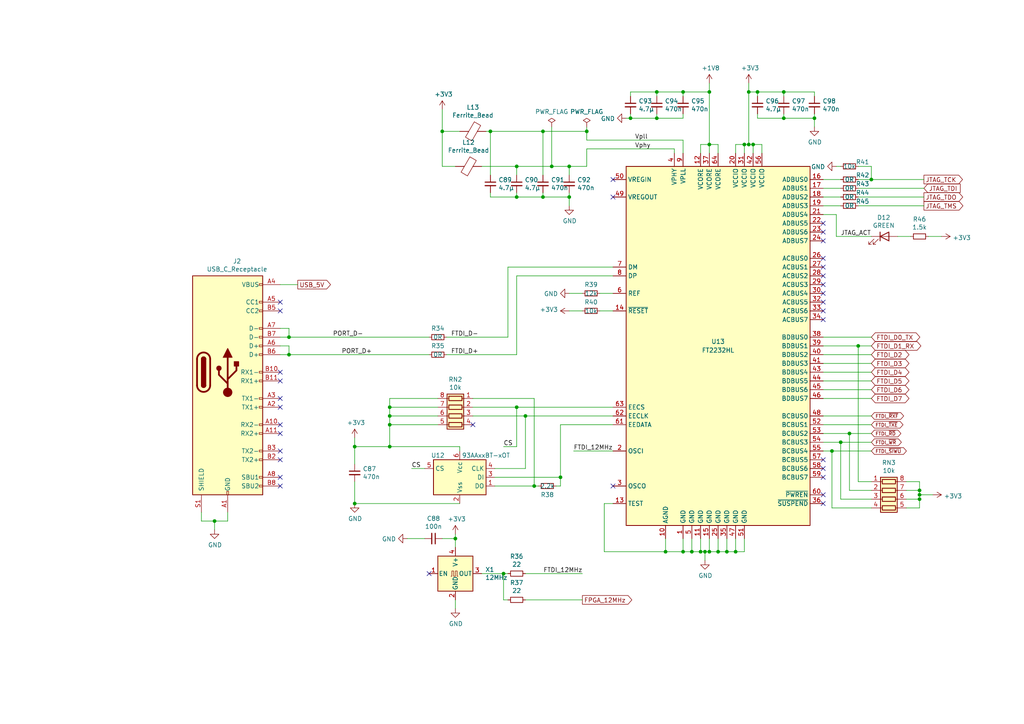
<source format=kicad_sch>
(kicad_sch (version 20210621) (generator eeschema)
  (paper "A4")
  (lib_symbols
    (symbol "Connector:USB_C_Receptacle" (pin_names (offset 1.016))
      (property "Reference" "J" (at -10.16 29.21 0))
      (property "Value" "USB_C_Receptacle" (at 10.16 29.21 0))
      (symbol "USB_C_Receptacle_0_0"
        (rectangle (start -0.254 -35.56) (end 0.254 -34.544))
        (rectangle (start 10.16 -32.766) (end 9.144 -33.274))
        (rectangle (start 10.16 -30.226) (end 9.144 -30.734))
        (rectangle (start 10.16 -25.146) (end 9.144 -25.654))
        (rectangle (start 10.16 -22.606) (end 9.144 -23.114))
        (rectangle (start 10.16 -17.526) (end 9.144 -18.034))
        (rectangle (start 10.16 -14.986) (end 9.144 -15.494))
        (rectangle (start 10.16 -9.906) (end 9.144 -10.414))
        (rectangle (start 10.16 -7.366) (end 9.144 -7.874))
        (rectangle (start 10.16 -2.286) (end 9.144 -2.794))
        (rectangle (start 10.16 0.254) (end 9.144 -0.254))
        (rectangle (start 10.16 5.334) (end 9.144 4.826))
        (rectangle (start 10.16 7.874) (end 9.144 7.366))
        (rectangle (start 10.16 10.414) (end 9.144 9.906))
        (rectangle (start 10.16 12.954) (end 9.144 12.446))
        (rectangle (start 10.16 18.034) (end 9.144 17.526))
        (rectangle (start 10.16 20.574) (end 9.144 20.066))
        (rectangle (start 10.16 25.654) (end 9.144 25.146))
      )
      (symbol "USB_C_Receptacle_0_1"
        (arc (start -8.89 -3.81) (end -5.08 -3.81) (radius (at -6.985 -3.81) (length 1.905) (angles -179.9 -0.1)) (stroke (width 0.508)))
        (arc (start -7.62 -3.81) (end -6.35 -3.81) (radius (at -6.985 -3.81) (length 0.635) (angles -179.9 -0.1)) (stroke (width 0.254)))
        (arc (start -6.35 3.81) (end -7.62 3.81) (radius (at -6.985 3.81) (length 0.635) (angles 0.1 179.9)) (stroke (width 0.254)))
        (arc (start -5.08 3.81) (end -8.89 3.81) (radius (at -6.985 3.81) (length 1.905) (angles 0.1 179.9)) (stroke (width 0.508)))
        (arc (start -7.62 -3.81) (end -6.35 -3.81) (radius (at -6.985 -3.81) (length 0.635) (angles -179.9 -0.1)) (stroke (width 0.254)) (fill (type outline)))
        (arc (start -6.35 3.81) (end -7.62 3.81) (radius (at -6.985 3.81) (length 0.635) (angles 0.1 179.9)) (stroke (width 0.254)) (fill (type outline)))
        (rectangle (start -7.62 -3.81) (end -6.35 3.81) (stroke (width 0.254)) (fill (type outline)))
        (rectangle (start -10.16 27.94) (end 10.16 -35.56) (stroke (width 0.254)) (fill (type background)))
        (polyline (pts (xy -8.89 -3.81) (xy -8.89 3.81)) (stroke (width 0.508)))
        (polyline (pts (xy -5.08 3.81) (xy -5.08 -3.81)) (stroke (width 0.508)))
      )
      (symbol "USB_C_Receptacle_1_1"
        (circle (center -2.54 1.143) (radius 0.635) (stroke (width 0.254)) (fill (type outline)))
        (circle (center 0 -5.842) (radius 1.27) (fill (type outline)))
        (rectangle (start 1.905 1.778) (end 3.175 3.048) (stroke (width 0.254)) (fill (type outline)))
        (polyline (pts (xy 0 -5.842) (xy 0 4.318)) (stroke (width 0.508)))
        (polyline (pts (xy 0 -3.302) (xy -2.54 -0.762) (xy -2.54 0.508)) (stroke (width 0.508)))
        (polyline (pts (xy 0 -2.032) (xy 2.54 0.508) (xy 2.54 1.778)) (stroke (width 0.508)))
        (polyline (pts (xy -1.27 4.318) (xy 0 6.858) (xy 1.27 4.318) (xy -1.27 4.318)) (stroke (width 0.254)) (fill (type outline)))
        (pin passive line (at 0 -40.64 90) (length 5.08) (name "GND") (number "A1"))
        (pin bidirectional line (at 15.24 -15.24 180) (length 5.08) (name "RX2-") (number "A10"))
        (pin bidirectional line (at 15.24 -17.78 180) (length 5.08) (name "RX2+") (number "A11"))
        (pin passive line (at 0 -40.64 90) (length 5.08) hide (name "GND") (number "A12"))
        (pin bidirectional line (at 15.24 -10.16 180) (length 5.08) (name "TX1+") (number "A2"))
        (pin bidirectional line (at 15.24 -7.62 180) (length 5.08) (name "TX1-") (number "A3"))
        (pin passive line (at 15.24 25.4 180) (length 5.08) (name "VBUS") (number "A4"))
        (pin bidirectional line (at 15.24 20.32 180) (length 5.08) (name "CC1") (number "A5"))
        (pin bidirectional line (at 15.24 7.62 180) (length 5.08) (name "D+") (number "A6"))
        (pin bidirectional line (at 15.24 12.7 180) (length 5.08) (name "D-") (number "A7"))
        (pin bidirectional line (at 15.24 -30.48 180) (length 5.08) (name "SBU1") (number "A8"))
        (pin passive line (at 15.24 25.4 180) (length 5.08) hide (name "VBUS") (number "A9"))
        (pin passive line (at 0 -40.64 90) (length 5.08) hide (name "GND") (number "B1"))
        (pin bidirectional line (at 15.24 0 180) (length 5.08) (name "RX1-") (number "B10"))
        (pin bidirectional line (at 15.24 -2.54 180) (length 5.08) (name "RX1+") (number "B11"))
        (pin passive line (at 0 -40.64 90) (length 5.08) hide (name "GND") (number "B12"))
        (pin bidirectional line (at 15.24 -25.4 180) (length 5.08) (name "TX2+") (number "B2"))
        (pin bidirectional line (at 15.24 -22.86 180) (length 5.08) (name "TX2-") (number "B3"))
        (pin passive line (at 15.24 25.4 180) (length 5.08) hide (name "VBUS") (number "B4"))
        (pin bidirectional line (at 15.24 17.78 180) (length 5.08) (name "CC2") (number "B5"))
        (pin bidirectional line (at 15.24 5.08 180) (length 5.08) (name "D+") (number "B6"))
        (pin bidirectional line (at 15.24 10.16 180) (length 5.08) (name "D-") (number "B7"))
        (pin bidirectional line (at 15.24 -33.02 180) (length 5.08) (name "SBU2") (number "B8"))
        (pin passive line (at 15.24 25.4 180) (length 5.08) hide (name "VBUS") (number "B9"))
        (pin passive line (at -7.62 -40.64 90) (length 5.08) (name "SHIELD") (number "S1"))
      )
    )
    (symbol "Device:C_Small" (pin_numbers hide) (pin_names (offset 0.254) hide)
      (property "Reference" "C" (at 0.254 1.778 0))
      (property "Value" "C_Small" (at 0.254 -2.032 0))
      (symbol "C_Small_0_1"
        (polyline (pts (xy -1.524 -0.508) (xy 1.524 -0.508)) (stroke (width 0.3302)))
        (polyline (pts (xy -1.524 0.508) (xy 1.524 0.508)) (stroke (width 0.3048)))
      )
      (symbol "C_Small_1_1"
        (pin passive line (at 0 2.54 270) (length 2.032) (name "~") (number "1"))
        (pin passive line (at 0 -2.54 90) (length 2.032) (name "~") (number "2"))
      )
    )
    (symbol "Device:Ferrite_Bead" (pin_numbers hide) (pin_names (offset 0))
      (property "Reference" "FB" (at -3.81 0.635 90))
      (property "Value" "Device_Ferrite_Bead" (at 3.81 0 90))
      (symbol "Ferrite_Bead_0_1"
        (polyline (pts (xy 0 -1.27) (xy 0 -1.2192)))
        (polyline (pts (xy 0 1.27) (xy 0 1.2954)))
        (polyline (pts (xy -2.7686 0.4064) (xy -1.7018 2.2606) (xy 2.7686 -0.3048) (xy 1.6764 -2.159) (xy -2.7686 0.4064)))
      )
      (symbol "Ferrite_Bead_1_1"
        (pin passive line (at 0 3.81 270) (length 2.54) (name "~") (number "1"))
        (pin passive line (at 0 -3.81 90) (length 2.54) (name "~") (number "2"))
      )
    )
    (symbol "Device:LED" (pin_numbers hide) (pin_names (offset 1.016) hide)
      (property "Reference" "D" (at 0 2.54 0))
      (property "Value" "LED" (at 0 -2.54 0))
      (symbol "LED_0_1"
        (polyline (pts (xy -1.27 -1.27) (xy -1.27 1.27)) (stroke (width 0.254)))
        (polyline (pts (xy -1.27 0) (xy 1.27 0)))
        (polyline (pts (xy 1.27 -1.27) (xy 1.27 1.27) (xy -1.27 0) (xy 1.27 -1.27)) (stroke (width 0.254)))
        (polyline (pts (xy -3.048 -0.762) (xy -4.572 -2.286) (xy -3.81 -2.286) (xy -4.572 -2.286) (xy -4.572 -1.524)))
        (polyline (pts (xy -1.778 -0.762) (xy -3.302 -2.286) (xy -2.54 -2.286) (xy -3.302 -2.286) (xy -3.302 -1.524)))
      )
      (symbol "LED_1_1"
        (pin passive line (at -3.81 0 0) (length 2.54) (name "K") (number "1"))
        (pin passive line (at 3.81 0 180) (length 2.54) (name "A") (number "2"))
      )
    )
    (symbol "Device:R_Pack04" (pin_names (offset 0) hide)
      (property "Reference" "RN" (at -7.62 0 90))
      (property "Value" "R_Pack04" (at 5.08 0 90))
      (symbol "R_Pack04_0_1"
        (rectangle (start -5.715 1.905) (end -4.445 -1.905) (stroke (width 0.254)))
        (rectangle (start -3.175 1.905) (end -1.905 -1.905) (stroke (width 0.254)))
        (rectangle (start -0.635 1.905) (end 0.635 -1.905) (stroke (width 0.254)))
        (rectangle (start 1.905 1.905) (end 3.175 -1.905) (stroke (width 0.254)))
        (rectangle (start -6.35 -2.413) (end 3.81 2.413) (stroke (width 0.254)) (fill (type background)))
        (polyline (pts (xy -5.08 -2.54) (xy -5.08 -1.905)))
        (polyline (pts (xy -5.08 1.905) (xy -5.08 2.54)))
        (polyline (pts (xy -2.54 -2.54) (xy -2.54 -1.905)))
        (polyline (pts (xy -2.54 1.905) (xy -2.54 2.54)))
        (polyline (pts (xy 0 -2.54) (xy 0 -1.905)))
        (polyline (pts (xy 0 1.905) (xy 0 2.54)))
        (polyline (pts (xy 2.54 -2.54) (xy 2.54 -1.905)))
        (polyline (pts (xy 2.54 1.905) (xy 2.54 2.54)))
      )
      (symbol "R_Pack04_1_1"
        (pin passive line (at -5.08 -5.08 90) (length 2.54) (name "R1.1") (number "1"))
        (pin passive line (at -2.54 -5.08 90) (length 2.54) (name "R2.1") (number "2"))
        (pin passive line (at 0 -5.08 90) (length 2.54) (name "R3.1") (number "3"))
        (pin passive line (at 2.54 -5.08 90) (length 2.54) (name "R4.1") (number "4"))
        (pin passive line (at 2.54 5.08 270) (length 2.54) (name "R4.2") (number "5"))
        (pin passive line (at 0 5.08 270) (length 2.54) (name "R3.2") (number "6"))
        (pin passive line (at -2.54 5.08 270) (length 2.54) (name "R2.2") (number "7"))
        (pin passive line (at -5.08 5.08 270) (length 2.54) (name "R1.2") (number "8"))
      )
    )
    (symbol "Device:R_Small" (pin_numbers hide) (pin_names (offset 0.254) hide)
      (property "Reference" "R" (at 0.762 0.508 0))
      (property "Value" "R_Small" (at 0.762 -1.016 0))
      (symbol "R_Small_0_1"
        (rectangle (start -0.762 1.778) (end 0.762 -1.778) (stroke (width 0.2032)))
      )
      (symbol "R_Small_1_1"
        (pin passive line (at 0 2.54 270) (length 0.762) (name "~") (number "1"))
        (pin passive line (at 0 -2.54 90) (length 0.762) (name "~") (number "2"))
      )
    )
    (symbol "Interface_USB:FT2232HL"
      (property "Reference" "U" (at -26.67 53.34 0))
      (property "Value" "FT2232HL" (at 19.05 53.34 0))
      (symbol "FT2232HL_0_1"
        (rectangle (start -26.67 -52.07) (end 26.67 52.07) (stroke (width 0.254)) (fill (type background)))
      )
      (symbol "FT2232HL_1_1"
        (pin power_in line (at -10.16 -55.88 90) (length 3.81) (name "GND") (number "1"))
        (pin power_in line (at -15.24 -55.88 90) (length 3.81) (name "AGND") (number "10"))
        (pin power_in line (at -5.08 -55.88 90) (length 3.81) (name "GND") (number "11"))
        (pin power_in line (at -5.08 55.88 270) (length 3.81) (name "VCORE") (number "12"))
        (pin input line (at -30.48 -45.72 0) (length 3.81) (name "TEST") (number "13"))
        (pin input line (at -30.48 10.16 0) (length 3.81) (name "~{RESET}") (number "14"))
        (pin power_in line (at -2.54 -55.88 90) (length 3.81) (name "GND") (number "15"))
        (pin bidirectional line (at 30.48 48.26 180) (length 3.81) (name "ADBUS0") (number "16"))
        (pin bidirectional line (at 30.48 45.72 180) (length 3.81) (name "ADBUS1") (number "17"))
        (pin bidirectional line (at 30.48 43.18 180) (length 3.81) (name "ADBUS2") (number "18"))
        (pin bidirectional line (at 30.48 40.64 180) (length 3.81) (name "ADBUS3") (number "19"))
        (pin input line (at -30.48 -30.48 0) (length 3.81) (name "OSCI") (number "2"))
        (pin power_in line (at 5.08 55.88 270) (length 3.81) (name "VCCIO") (number "20"))
        (pin bidirectional line (at 30.48 38.1 180) (length 3.81) (name "ADBUS4") (number "21"))
        (pin bidirectional line (at 30.48 35.56 180) (length 3.81) (name "ADBUS5") (number "22"))
        (pin bidirectional line (at 30.48 33.02 180) (length 3.81) (name "ADBUS6") (number "23"))
        (pin bidirectional line (at 30.48 30.48 180) (length 3.81) (name "ADBUS7") (number "24"))
        (pin power_in line (at 0 -55.88 90) (length 3.81) (name "GND") (number "25"))
        (pin bidirectional line (at 30.48 25.4 180) (length 3.81) (name "ACBUS0") (number "26"))
        (pin bidirectional line (at 30.48 22.86 180) (length 3.81) (name "ACBUS1") (number "27"))
        (pin bidirectional line (at 30.48 20.32 180) (length 3.81) (name "ACBUS2") (number "28"))
        (pin bidirectional line (at 30.48 17.78 180) (length 3.81) (name "ACBUS3") (number "29"))
        (pin output line (at -30.48 -40.64 0) (length 3.81) (name "OSCO") (number "3"))
        (pin bidirectional line (at 30.48 15.24 180) (length 3.81) (name "ACBUS4") (number "30"))
        (pin power_in line (at 7.62 55.88 270) (length 3.81) (name "VCCIO") (number "31"))
        (pin bidirectional line (at 30.48 12.7 180) (length 3.81) (name "ACBUS5") (number "32"))
        (pin bidirectional line (at 30.48 10.16 180) (length 3.81) (name "ACBUS6") (number "33"))
        (pin bidirectional line (at 30.48 7.62 180) (length 3.81) (name "ACBUS7") (number "34"))
        (pin power_in line (at 2.54 -55.88 90) (length 3.81) (name "GND") (number "35"))
        (pin output line (at 30.48 -45.72 180) (length 3.81) (name "~{SUSPEND}") (number "36"))
        (pin power_in line (at -2.54 55.88 270) (length 3.81) (name "VCORE") (number "37"))
        (pin bidirectional line (at 30.48 2.54 180) (length 3.81) (name "BDBUS0") (number "38"))
        (pin bidirectional line (at 30.48 0 180) (length 3.81) (name "BDBUS1") (number "39"))
        (pin power_in line (at -12.7 55.88 270) (length 3.81) (name "VPHY") (number "4"))
        (pin bidirectional line (at 30.48 -2.54 180) (length 3.81) (name "BDBUS2") (number "40"))
        (pin bidirectional line (at 30.48 -5.08 180) (length 3.81) (name "BDBUS3") (number "41"))
        (pin power_in line (at 10.16 55.88 270) (length 3.81) (name "VCCIO") (number "42"))
        (pin bidirectional line (at 30.48 -7.62 180) (length 3.81) (name "BDBUS4") (number "43"))
        (pin bidirectional line (at 30.48 -10.16 180) (length 3.81) (name "BDBUS5") (number "44"))
        (pin bidirectional line (at 30.48 -12.7 180) (length 3.81) (name "BDBUS6") (number "45"))
        (pin bidirectional line (at 30.48 -15.24 180) (length 3.81) (name "BDBUS7") (number "46"))
        (pin power_in line (at 5.08 -55.88 90) (length 3.81) (name "GND") (number "47"))
        (pin bidirectional line (at 30.48 -20.32 180) (length 3.81) (name "BCBUS0") (number "48"))
        (pin power_out line (at -30.48 43.18 0) (length 3.81) (name "VREGOUT") (number "49"))
        (pin power_in line (at -7.62 -55.88 90) (length 3.81) (name "GND") (number "5"))
        (pin power_in line (at -30.48 48.26 0) (length 3.81) (name "VREGIN") (number "50"))
        (pin power_in line (at 7.62 -55.88 90) (length 3.81) (name "GND") (number "51"))
        (pin bidirectional line (at 30.48 -22.86 180) (length 3.81) (name "BCBUS1") (number "52"))
        (pin bidirectional line (at 30.48 -25.4 180) (length 3.81) (name "BCBUS2") (number "53"))
        (pin bidirectional line (at 30.48 -27.94 180) (length 3.81) (name "BCBUS3") (number "54"))
        (pin bidirectional line (at 30.48 -30.48 180) (length 3.81) (name "BCBUS4") (number "55"))
        (pin power_in line (at 12.7 55.88 270) (length 3.81) (name "VCCIO") (number "56"))
        (pin bidirectional line (at 30.48 -33.02 180) (length 3.81) (name "BCBUS5") (number "57"))
        (pin bidirectional line (at 30.48 -35.56 180) (length 3.81) (name "BCBUS6") (number "58"))
        (pin bidirectional line (at 30.48 -38.1 180) (length 3.81) (name "BCBUS7") (number "59"))
        (pin output line (at -30.48 15.24 0) (length 3.81) (name "REF") (number "6"))
        (pin output line (at 30.48 -43.18 180) (length 3.81) (name "~{PWREN}") (number "60"))
        (pin bidirectional line (at -30.48 -22.86 0) (length 3.81) (name "EEDATA") (number "61"))
        (pin output line (at -30.48 -20.32 0) (length 3.81) (name "EECLK") (number "62"))
        (pin output line (at -30.48 -17.78 0) (length 3.81) (name "EECS") (number "63"))
        (pin power_in line (at 0 55.88 270) (length 3.81) (name "VCORE") (number "64"))
        (pin bidirectional line (at -30.48 22.86 0) (length 3.81) (name "DM") (number "7"))
        (pin bidirectional line (at -30.48 20.32 0) (length 3.81) (name "DP") (number "8"))
        (pin input line (at -10.16 55.88 270) (length 3.81) (name "VPLL") (number "9"))
      )
    )
    (symbol "Memory_EEPROM:93AAxxBT-xOT"
      (property "Reference" "U" (at -7.62 6.35 0))
      (property "Value" "93AAxxBT-xOT" (at 1.27 6.35 0))
      (symbol "93AAxxBT-xOT_1_1"
        (rectangle (start -7.62 5.08) (end 7.62 -5.08) (stroke (width 0.254)) (fill (type background)))
        (pin tri_state line (at 10.16 -2.54 180) (length 2.54) (name "DO") (number "1"))
        (pin power_in line (at 0 -7.62 90) (length 2.54) (name "Vss") (number "2"))
        (pin input line (at 10.16 0 180) (length 2.54) (name "DI") (number "3"))
        (pin input line (at 10.16 2.54 180) (length 2.54) (name "CLK") (number "4"))
        (pin input line (at -10.16 2.54 0) (length 2.54) (name "CS") (number "5"))
        (pin power_in line (at 0 7.62 270) (length 2.54) (name "Vсс") (number "6"))
      )
    )
    (symbol "Oscillator:XO32" (pin_names (offset 0.254))
      (property "Reference" "X" (at -5.08 6.35 0))
      (property "Value" "XO32" (at 1.27 -6.35 0))
      (symbol "XO32_0_1"
        (rectangle (start -5.08 5.08) (end 5.08 -5.08) (stroke (width 0.254)) (fill (type background)))
        (polyline (pts (xy -1.27 -0.762) (xy -1.016 -0.762) (xy -1.016 0.762) (xy -0.508 0.762) (xy -0.508 -0.762) (xy 0 -0.762) (xy 0 0.762) (xy 0.508 0.762) (xy 0.508 -0.762) (xy 0.762 -0.762)))
      )
      (symbol "XO32_1_1"
        (pin input line (at -7.62 0 0) (length 2.54) (name "EN") (number "1"))
        (pin power_in line (at 0 -7.62 90) (length 2.54) (name "GND") (number "2"))
        (pin output line (at 7.62 0 180) (length 2.54) (name "OUT") (number "3"))
        (pin power_in line (at 0 7.62 270) (length 2.54) (name "V+") (number "4"))
      )
    )
    (symbol "power:+1V8" (power) (pin_names (offset 0))
      (property "Value" "+1V8" (at 0 3.556 0))
      (symbol "+1V8_0_1"
        (polyline (pts (xy -0.762 1.27) (xy 0 2.54)))
        (polyline (pts (xy 0 0) (xy 0 2.54)))
        (polyline (pts (xy 0 2.54) (xy 0.762 1.27)))
      )
      (symbol "+1V8_1_1"
        (pin power_in line (at 0 0 90) (length 0) hide (name "+1V8") (number "1"))
      )
    )
    (symbol "power:+3V3" (power) (pin_names (offset 0))
      (property "Value" "+3V3" (at 0 3.556 0))
      (symbol "+3V3_0_1"
        (polyline (pts (xy -0.762 1.27) (xy 0 2.54)))
        (polyline (pts (xy 0 0) (xy 0 2.54)))
        (polyline (pts (xy 0 2.54) (xy 0.762 1.27)))
      )
      (symbol "+3V3_1_1"
        (pin power_in line (at 0 0 90) (length 0) hide (name "+3V3") (number "1"))
      )
    )
    (symbol "power:GND" (power) (pin_names (offset 0))
      (property "Value" "GND" (at 0 -3.81 0))
      (symbol "GND_0_1"
        (polyline (pts (xy 0 0) (xy 0 -1.27) (xy 1.27 -1.27) (xy 0 -2.54) (xy -1.27 -1.27) (xy 0 -1.27)))
      )
      (symbol "GND_1_1"
        (pin power_in line (at 0 0 270) (length 0) hide (name "GND") (number "1"))
      )
    )
    (symbol "power:PWR_FLAG" (power) (pin_numbers hide) (pin_names (offset 0) hide)
      (property "Value" "PWR_FLAG" (at 0 3.81 0))
      (symbol "PWR_FLAG_0_0"
        (pin power_out line (at 0 0 90) (length 0) (name "pwr") (number "1"))
      )
      (symbol "PWR_FLAG_0_1"
        (polyline (pts (xy 0 0) (xy 0 1.27) (xy -1.016 1.905) (xy 0 2.54) (xy 1.016 1.905) (xy 0 1.27)))
      )
    )
  )
  (junction (at 62.23 151.13))
  (junction (at 83.82 97.79))
  (junction (at 83.82 102.87))
  (junction (at 102.87 129.54))
  (junction (at 102.87 146.05))
  (junction (at 113.03 118.11))
  (junction (at 113.03 120.65))
  (junction (at 113.03 123.19))
  (junction (at 113.03 129.54))
  (junction (at 128.27 38.1))
  (junction (at 132.08 156.21))
  (junction (at 142.24 38.1))
  (junction (at 146.05 166.37))
  (junction (at 149.86 48.26))
  (junction (at 149.86 57.15))
  (junction (at 149.86 118.11))
  (junction (at 152.4 120.65))
  (junction (at 154.94 140.97))
  (junction (at 157.48 38.1))
  (junction (at 157.48 57.15))
  (junction (at 160.02 48.26))
  (junction (at 162.56 138.43))
  (junction (at 165.1 48.26))
  (junction (at 165.1 57.15))
  (junction (at 170.18 38.1))
  (junction (at 182.88 34.29))
  (junction (at 190.5 26.67))
  (junction (at 190.5 34.29))
  (junction (at 193.04 160.02))
  (junction (at 198.12 26.67))
  (junction (at 198.12 160.02))
  (junction (at 200.66 160.02))
  (junction (at 203.2 160.02))
  (junction (at 204.47 160.02))
  (junction (at 205.74 26.67))
  (junction (at 205.74 41.91))
  (junction (at 205.74 160.02))
  (junction (at 208.28 160.02))
  (junction (at 210.82 160.02))
  (junction (at 213.36 160.02))
  (junction (at 215.9 41.91))
  (junction (at 217.17 26.67))
  (junction (at 217.17 41.91))
  (junction (at 218.44 41.91))
  (junction (at 219.71 26.67))
  (junction (at 227.33 26.67))
  (junction (at 227.33 34.29))
  (junction (at 236.22 34.29))
  (junction (at 241.3 130.81))
  (junction (at 243.84 128.27))
  (junction (at 246.38 125.73))
  (junction (at 248.92 100.33))
  (junction (at 252.73 52.07))
  (junction (at 266.7 142.24))
  (junction (at 266.7 143.51))
  (junction (at 266.7 144.78))
  (no_connect (at 81.28 87.63))
  (no_connect (at 81.28 90.17))
  (no_connect (at 81.28 107.95))
  (no_connect (at 81.28 110.49))
  (no_connect (at 81.28 115.57))
  (no_connect (at 81.28 118.11))
  (no_connect (at 81.28 123.19))
  (no_connect (at 81.28 125.73))
  (no_connect (at 81.28 130.81))
  (no_connect (at 81.28 133.35))
  (no_connect (at 81.28 138.43))
  (no_connect (at 81.28 140.97))
  (no_connect (at 124.46 166.37))
  (no_connect (at 137.16 123.19))
  (no_connect (at 177.8 52.07))
  (no_connect (at 177.8 57.15))
  (no_connect (at 177.8 140.97))
  (no_connect (at 238.76 64.77))
  (no_connect (at 238.76 67.31))
  (no_connect (at 238.76 69.85))
  (no_connect (at 238.76 74.93))
  (no_connect (at 238.76 77.47))
  (no_connect (at 238.76 80.01))
  (no_connect (at 238.76 82.55))
  (no_connect (at 238.76 85.09))
  (no_connect (at 238.76 87.63))
  (no_connect (at 238.76 90.17))
  (no_connect (at 238.76 92.71))
  (no_connect (at 238.76 133.35))
  (no_connect (at 238.76 135.89))
  (no_connect (at 238.76 138.43))
  (no_connect (at 238.76 143.51))
  (no_connect (at 238.76 146.05))
  (wire (pts (xy 58.42 151.13) (xy 58.42 148.59)))
  (wire (pts (xy 62.23 151.13) (xy 58.42 151.13)))
  (wire (pts (xy 62.23 153.67) (xy 62.23 151.13)))
  (wire (pts (xy 66.04 148.59) (xy 66.04 151.13)))
  (wire (pts (xy 66.04 151.13) (xy 62.23 151.13)))
  (wire (pts (xy 81.28 82.55) (xy 86.36 82.55)))
  (wire (pts (xy 81.28 95.25) (xy 83.82 95.25)))
  (wire (pts (xy 81.28 97.79) (xy 83.82 97.79)))
  (wire (pts (xy 81.28 100.33) (xy 83.82 100.33)))
  (wire (pts (xy 81.28 102.87) (xy 83.82 102.87)))
  (wire (pts (xy 83.82 95.25) (xy 83.82 97.79)))
  (wire (pts (xy 83.82 97.79) (xy 124.46 97.79)))
  (wire (pts (xy 83.82 100.33) (xy 83.82 102.87)))
  (wire (pts (xy 83.82 102.87) (xy 124.46 102.87)))
  (wire (pts (xy 102.87 127) (xy 102.87 129.54)))
  (wire (pts (xy 102.87 129.54) (xy 102.87 134.62)))
  (wire (pts (xy 102.87 139.7) (xy 102.87 146.05)))
  (wire (pts (xy 102.87 146.05) (xy 133.35 146.05)))
  (wire (pts (xy 113.03 115.57) (xy 113.03 118.11)))
  (wire (pts (xy 113.03 118.11) (xy 127 118.11)))
  (wire (pts (xy 113.03 120.65) (xy 113.03 118.11)))
  (wire (pts (xy 113.03 120.65) (xy 113.03 123.19)))
  (wire (pts (xy 113.03 123.19) (xy 113.03 129.54)))
  (wire (pts (xy 113.03 129.54) (xy 102.87 129.54)))
  (wire (pts (xy 113.03 129.54) (xy 133.35 129.54)))
  (wire (pts (xy 118.11 156.21) (xy 123.19 156.21)))
  (wire (pts (xy 123.19 135.89) (xy 119.38 135.89)))
  (wire (pts (xy 127 115.57) (xy 113.03 115.57)))
  (wire (pts (xy 127 120.65) (xy 113.03 120.65)))
  (wire (pts (xy 127 123.19) (xy 113.03 123.19)))
  (wire (pts (xy 128.27 31.75) (xy 128.27 38.1)))
  (wire (pts (xy 128.27 38.1) (xy 133.35 38.1)))
  (wire (pts (xy 128.27 48.26) (xy 128.27 38.1)))
  (wire (pts (xy 128.27 156.21) (xy 132.08 156.21)))
  (wire (pts (xy 129.54 97.79) (xy 147.32 97.79)))
  (wire (pts (xy 129.54 102.87) (xy 149.86 102.87)))
  (wire (pts (xy 132.08 48.26) (xy 128.27 48.26)))
  (wire (pts (xy 132.08 154.94) (xy 132.08 156.21)))
  (wire (pts (xy 132.08 156.21) (xy 132.08 158.75)))
  (wire (pts (xy 132.08 176.53) (xy 132.08 173.99)))
  (wire (pts (xy 133.35 129.54) (xy 133.35 130.81)))
  (wire (pts (xy 137.16 115.57) (xy 154.94 115.57)))
  (wire (pts (xy 137.16 118.11) (xy 149.86 118.11)))
  (wire (pts (xy 142.24 38.1) (xy 140.97 38.1)))
  (wire (pts (xy 142.24 38.1) (xy 157.48 38.1)))
  (wire (pts (xy 142.24 50.8) (xy 142.24 38.1)))
  (wire (pts (xy 142.24 57.15) (xy 142.24 55.88)))
  (wire (pts (xy 143.51 135.89) (xy 152.4 135.89)))
  (wire (pts (xy 143.51 138.43) (xy 162.56 138.43)))
  (wire (pts (xy 143.51 140.97) (xy 154.94 140.97)))
  (wire (pts (xy 146.05 166.37) (xy 139.7 166.37)))
  (wire (pts (xy 146.05 166.37) (xy 147.32 166.37)))
  (wire (pts (xy 146.05 173.99) (xy 146.05 166.37)))
  (wire (pts (xy 147.32 77.47) (xy 177.8 77.47)))
  (wire (pts (xy 147.32 97.79) (xy 147.32 77.47)))
  (wire (pts (xy 147.32 173.99) (xy 146.05 173.99)))
  (wire (pts (xy 149.86 48.26) (xy 139.7 48.26)))
  (wire (pts (xy 149.86 50.8) (xy 149.86 48.26)))
  (wire (pts (xy 149.86 55.88) (xy 149.86 57.15)))
  (wire (pts (xy 149.86 57.15) (xy 142.24 57.15)))
  (wire (pts (xy 149.86 80.01) (xy 149.86 102.87)))
  (wire (pts (xy 149.86 118.11) (xy 149.86 129.54)))
  (wire (pts (xy 149.86 118.11) (xy 177.8 118.11)))
  (wire (pts (xy 149.86 129.54) (xy 146.05 129.54)))
  (wire (pts (xy 152.4 120.65) (xy 137.16 120.65)))
  (wire (pts (xy 152.4 120.65) (xy 177.8 120.65)))
  (wire (pts (xy 152.4 135.89) (xy 152.4 120.65)))
  (wire (pts (xy 152.4 173.99) (xy 168.91 173.99)))
  (wire (pts (xy 154.94 115.57) (xy 154.94 140.97)))
  (wire (pts (xy 156.21 140.97) (xy 154.94 140.97)))
  (wire (pts (xy 157.48 38.1) (xy 170.18 38.1)))
  (wire (pts (xy 157.48 50.8) (xy 157.48 38.1)))
  (wire (pts (xy 157.48 55.88) (xy 157.48 57.15)))
  (wire (pts (xy 157.48 57.15) (xy 149.86 57.15)))
  (wire (pts (xy 160.02 36.83) (xy 160.02 48.26)))
  (wire (pts (xy 160.02 48.26) (xy 149.86 48.26)))
  (wire (pts (xy 161.29 140.97) (xy 162.56 140.97)))
  (wire (pts (xy 162.56 123.19) (xy 162.56 138.43)))
  (wire (pts (xy 162.56 140.97) (xy 162.56 138.43)))
  (wire (pts (xy 165.1 48.26) (xy 160.02 48.26)))
  (wire (pts (xy 165.1 50.8) (xy 165.1 48.26)))
  (wire (pts (xy 165.1 55.88) (xy 165.1 57.15)))
  (wire (pts (xy 165.1 57.15) (xy 157.48 57.15)))
  (wire (pts (xy 165.1 59.69) (xy 165.1 57.15)))
  (wire (pts (xy 165.1 85.09) (xy 168.91 85.09)))
  (wire (pts (xy 165.1 90.17) (xy 168.91 90.17)))
  (wire (pts (xy 166.37 130.81) (xy 177.8 130.81)))
  (wire (pts (xy 168.91 166.37) (xy 152.4 166.37)))
  (wire (pts (xy 170.18 36.83) (xy 170.18 38.1)))
  (wire (pts (xy 170.18 40.64) (xy 170.18 38.1)))
  (wire (pts (xy 170.18 43.18) (xy 170.18 48.26)))
  (wire (pts (xy 170.18 48.26) (xy 165.1 48.26)))
  (wire (pts (xy 173.99 85.09) (xy 177.8 85.09)))
  (wire (pts (xy 173.99 90.17) (xy 177.8 90.17)))
  (wire (pts (xy 175.26 146.05) (xy 175.26 160.02)))
  (wire (pts (xy 175.26 160.02) (xy 193.04 160.02)))
  (wire (pts (xy 177.8 80.01) (xy 149.86 80.01)))
  (wire (pts (xy 177.8 123.19) (xy 162.56 123.19)))
  (wire (pts (xy 177.8 146.05) (xy 175.26 146.05)))
  (wire (pts (xy 181.61 34.29) (xy 182.88 34.29)))
  (wire (pts (xy 182.88 26.67) (xy 190.5 26.67)))
  (wire (pts (xy 182.88 27.94) (xy 182.88 26.67)))
  (wire (pts (xy 182.88 34.29) (xy 182.88 33.02)))
  (wire (pts (xy 190.5 26.67) (xy 190.5 27.94)))
  (wire (pts (xy 190.5 34.29) (xy 182.88 34.29)))
  (wire (pts (xy 190.5 34.29) (xy 190.5 33.02)))
  (wire (pts (xy 193.04 156.21) (xy 193.04 160.02)))
  (wire (pts (xy 193.04 160.02) (xy 198.12 160.02)))
  (wire (pts (xy 195.58 43.18) (xy 170.18 43.18)))
  (wire (pts (xy 195.58 44.45) (xy 195.58 43.18)))
  (wire (pts (xy 198.12 26.67) (xy 190.5 26.67)))
  (wire (pts (xy 198.12 26.67) (xy 198.12 27.94)))
  (wire (pts (xy 198.12 33.02) (xy 198.12 34.29)))
  (wire (pts (xy 198.12 34.29) (xy 190.5 34.29)))
  (wire (pts (xy 198.12 40.64) (xy 170.18 40.64)))
  (wire (pts (xy 198.12 44.45) (xy 198.12 40.64)))
  (wire (pts (xy 198.12 156.21) (xy 198.12 160.02)))
  (wire (pts (xy 198.12 160.02) (xy 200.66 160.02)))
  (wire (pts (xy 200.66 156.21) (xy 200.66 160.02)))
  (wire (pts (xy 200.66 160.02) (xy 203.2 160.02)))
  (wire (pts (xy 203.2 41.91) (xy 205.74 41.91)))
  (wire (pts (xy 203.2 44.45) (xy 203.2 41.91)))
  (wire (pts (xy 203.2 156.21) (xy 203.2 160.02)))
  (wire (pts (xy 203.2 160.02) (xy 204.47 160.02)))
  (wire (pts (xy 204.47 160.02) (xy 204.47 162.56)))
  (wire (pts (xy 204.47 160.02) (xy 205.74 160.02)))
  (wire (pts (xy 205.74 24.13) (xy 205.74 26.67)))
  (wire (pts (xy 205.74 26.67) (xy 198.12 26.67)))
  (wire (pts (xy 205.74 26.67) (xy 205.74 41.91)))
  (wire (pts (xy 205.74 41.91) (xy 208.28 41.91)))
  (wire (pts (xy 205.74 44.45) (xy 205.74 41.91)))
  (wire (pts (xy 205.74 156.21) (xy 205.74 160.02)))
  (wire (pts (xy 205.74 160.02) (xy 208.28 160.02)))
  (wire (pts (xy 208.28 41.91) (xy 208.28 44.45)))
  (wire (pts (xy 208.28 156.21) (xy 208.28 160.02)))
  (wire (pts (xy 208.28 160.02) (xy 210.82 160.02)))
  (wire (pts (xy 210.82 160.02) (xy 210.82 156.21)))
  (wire (pts (xy 210.82 160.02) (xy 213.36 160.02)))
  (wire (pts (xy 213.36 41.91) (xy 215.9 41.91)))
  (wire (pts (xy 213.36 44.45) (xy 213.36 41.91)))
  (wire (pts (xy 213.36 156.21) (xy 213.36 160.02)))
  (wire (pts (xy 213.36 160.02) (xy 215.9 160.02)))
  (wire (pts (xy 215.9 41.91) (xy 217.17 41.91)))
  (wire (pts (xy 215.9 44.45) (xy 215.9 41.91)))
  (wire (pts (xy 215.9 160.02) (xy 215.9 156.21)))
  (wire (pts (xy 217.17 26.67) (xy 217.17 24.13)))
  (wire (pts (xy 217.17 41.91) (xy 217.17 26.67)))
  (wire (pts (xy 217.17 41.91) (xy 218.44 41.91)))
  (wire (pts (xy 218.44 41.91) (xy 220.98 41.91)))
  (wire (pts (xy 218.44 44.45) (xy 218.44 41.91)))
  (wire (pts (xy 219.71 26.67) (xy 217.17 26.67)))
  (wire (pts (xy 219.71 27.94) (xy 219.71 26.67)))
  (wire (pts (xy 219.71 33.02) (xy 219.71 34.29)))
  (wire (pts (xy 219.71 34.29) (xy 227.33 34.29)))
  (wire (pts (xy 220.98 41.91) (xy 220.98 44.45)))
  (wire (pts (xy 227.33 26.67) (xy 219.71 26.67)))
  (wire (pts (xy 227.33 26.67) (xy 236.22 26.67)))
  (wire (pts (xy 227.33 27.94) (xy 227.33 26.67)))
  (wire (pts (xy 227.33 34.29) (xy 227.33 33.02)))
  (wire (pts (xy 227.33 34.29) (xy 236.22 34.29)))
  (wire (pts (xy 236.22 26.67) (xy 236.22 27.94)))
  (wire (pts (xy 236.22 34.29) (xy 236.22 33.02)))
  (wire (pts (xy 236.22 36.83) (xy 236.22 34.29)))
  (wire (pts (xy 238.76 54.61) (xy 243.84 54.61)))
  (wire (pts (xy 238.76 59.69) (xy 243.84 59.69)))
  (wire (pts (xy 238.76 62.23) (xy 242.57 62.23)))
  (wire (pts (xy 238.76 102.87) (xy 252.73 102.87)))
  (wire (pts (xy 238.76 107.95) (xy 252.73 107.95)))
  (wire (pts (xy 238.76 110.49) (xy 252.73 110.49)))
  (wire (pts (xy 238.76 113.03) (xy 252.73 113.03)))
  (wire (pts (xy 238.76 115.57) (xy 252.73 115.57)))
  (wire (pts (xy 238.76 120.65) (xy 252.73 120.65)))
  (wire (pts (xy 241.3 130.81) (xy 238.76 130.81)))
  (wire (pts (xy 241.3 130.81) (xy 241.3 147.32)))
  (wire (pts (xy 241.3 147.32) (xy 252.73 147.32)))
  (wire (pts (xy 242.57 48.26) (xy 243.84 48.26)))
  (wire (pts (xy 242.57 62.23) (xy 242.57 68.58)))
  (wire (pts (xy 242.57 68.58) (xy 252.73 68.58)))
  (wire (pts (xy 243.84 52.07) (xy 238.76 52.07)))
  (wire (pts (xy 243.84 57.15) (xy 238.76 57.15)))
  (wire (pts (xy 243.84 128.27) (xy 238.76 128.27)))
  (wire (pts (xy 243.84 144.78) (xy 243.84 128.27)))
  (wire (pts (xy 246.38 125.73) (xy 238.76 125.73)))
  (wire (pts (xy 246.38 142.24) (xy 246.38 125.73)))
  (wire (pts (xy 248.92 48.26) (xy 252.73 48.26)))
  (wire (pts (xy 248.92 52.07) (xy 252.73 52.07)))
  (wire (pts (xy 248.92 54.61) (xy 267.97 54.61)))
  (wire (pts (xy 248.92 100.33) (xy 238.76 100.33)))
  (wire (pts (xy 248.92 139.7) (xy 248.92 100.33)))
  (wire (pts (xy 252.73 48.26) (xy 252.73 52.07)))
  (wire (pts (xy 252.73 52.07) (xy 267.97 52.07)))
  (wire (pts (xy 252.73 97.79) (xy 238.76 97.79)))
  (wire (pts (xy 252.73 100.33) (xy 248.92 100.33)))
  (wire (pts (xy 252.73 105.41) (xy 238.76 105.41)))
  (wire (pts (xy 252.73 123.19) (xy 238.76 123.19)))
  (wire (pts (xy 252.73 125.73) (xy 246.38 125.73)))
  (wire (pts (xy 252.73 128.27) (xy 243.84 128.27)))
  (wire (pts (xy 252.73 130.81) (xy 241.3 130.81)))
  (wire (pts (xy 252.73 139.7) (xy 248.92 139.7)))
  (wire (pts (xy 252.73 142.24) (xy 246.38 142.24)))
  (wire (pts (xy 252.73 144.78) (xy 243.84 144.78)))
  (wire (pts (xy 260.35 68.58) (xy 264.16 68.58)))
  (wire (pts (xy 262.89 139.7) (xy 266.7 139.7)))
  (wire (pts (xy 262.89 142.24) (xy 266.7 142.24)))
  (wire (pts (xy 266.7 139.7) (xy 266.7 142.24)))
  (wire (pts (xy 266.7 142.24) (xy 266.7 143.51)))
  (wire (pts (xy 266.7 143.51) (xy 266.7 144.78)))
  (wire (pts (xy 266.7 144.78) (xy 262.89 144.78)))
  (wire (pts (xy 266.7 144.78) (xy 266.7 147.32)))
  (wire (pts (xy 266.7 147.32) (xy 262.89 147.32)))
  (wire (pts (xy 267.97 57.15) (xy 248.92 57.15)))
  (wire (pts (xy 267.97 59.69) (xy 248.92 59.69)))
  (wire (pts (xy 269.24 68.58) (xy 273.05 68.58)))
  (wire (pts (xy 270.51 143.51) (xy 266.7 143.51)))
  (label "PORT_D-" (at 96.52 97.79 0))
  (label "PORT_D+" (at 99.06 102.87 0))
  (label "CS" (at 119.38 135.89 0))
  (label "FTDI_D-" (at 130.81 97.79 0))
  (label "FTDI_D+" (at 130.81 102.87 0))
  (label "CS" (at 146.05 129.54 0))
  (label "FTDI_12MHz" (at 166.37 130.81 0))
  (label "FTDI_12MHz" (at 168.91 166.37 180))
  (label "Vpll" (at 184.15 40.64 0))
  (label "Vphy" (at 184.15 43.18 0))
  (label "JTAG_ACT" (at 243.84 68.58 0))
  (global_label "USB_5V" (shape output) (at 86.36 82.55 0) (property "Intersheet References" "${INTERSHEET_REFS}" (effects hide)))
  (global_label "FPGA_12MHz" (shape output) (at 168.91 173.99 0) (property "Intersheet References" "${INTERSHEET_REFS}" (effects hide)))
  (global_label "FTDI_D0_TX" (shape bidirectional) (at 252.73 97.79 0) (property "Intersheet References" "${INTERSHEET_REFS}" (effects hide)))
  (global_label "FTDI_D1_RX" (shape bidirectional) (at 252.73 100.33 0) (property "Intersheet References" "${INTERSHEET_REFS}" (effects hide)))
  (global_label "FTDI_D2" (shape bidirectional) (at 252.73 102.87 0) (property "Intersheet References" "${INTERSHEET_REFS}" (effects hide)))
  (global_label "FTDI_D3" (shape bidirectional) (at 252.73 105.41 0) (property "Intersheet References" "${INTERSHEET_REFS}" (effects hide)))
  (global_label "FTDI_D4" (shape bidirectional) (at 252.73 107.95 0) (property "Intersheet References" "${INTERSHEET_REFS}" (effects hide)))
  (global_label "FTDI_D5" (shape bidirectional) (at 252.73 110.49 0) (property "Intersheet References" "${INTERSHEET_REFS}" (effects hide)))
  (global_label "FTDI_D6" (shape bidirectional) (at 252.73 113.03 0) (property "Intersheet References" "${INTERSHEET_REFS}" (effects hide)))
  (global_label "FTDI_D7" (shape bidirectional) (at 252.73 115.57 0) (property "Intersheet References" "${INTERSHEET_REFS}" (effects hide)))
  (global_label "FTDI_~{RXF}" (shape bidirectional) (at 252.73 120.65 0) (effects (font (size 0.9906 0.9906))) (property "Intersheet References" "${INTERSHEET_REFS}" (effects hide)))
  (global_label "FTDI_~{TXE}" (shape bidirectional) (at 252.73 123.19 0) (effects (font (size 0.9906 0.9906))) (property "Intersheet References" "${INTERSHEET_REFS}" (effects hide)))
  (global_label "FTDI_~{RD}" (shape bidirectional) (at 252.73 125.73 0) (effects (font (size 0.9906 0.9906))) (property "Intersheet References" "${INTERSHEET_REFS}" (effects hide)))
  (global_label "FTDI_~{WR}" (shape bidirectional) (at 252.73 128.27 0) (effects (font (size 0.9906 0.9906))) (property "Intersheet References" "${INTERSHEET_REFS}" (effects hide)))
  (global_label "FTDI_~{SIWU}" (shape bidirectional) (at 252.73 130.81 0) (effects (font (size 0.9906 0.9906))) (property "Intersheet References" "${INTERSHEET_REFS}" (effects hide)))
  (global_label "JTAG_TCK" (shape output) (at 267.97 52.07 0) (property "Intersheet References" "${INTERSHEET_REFS}" (effects hide)))
  (global_label "JTAG_TDI" (shape input) (at 267.97 54.61 0) (property "Intersheet References" "${INTERSHEET_REFS}" (effects hide)))
  (global_label "JTAG_TDO" (shape output) (at 267.97 57.15 0) (property "Intersheet References" "${INTERSHEET_REFS}" (effects hide)))
  (global_label "JTAG_TMS" (shape output) (at 267.97 59.69 0) (property "Intersheet References" "${INTERSHEET_REFS}" (effects hide)))
  (symbol (lib_id "power:+3V3") (at 102.87 127 0) (unit 1)
    (property "Reference" "#PWR069" (effects hide))
    (property "Value" "+3V3" (at 103.251 122.6058 0))
  )
  (symbol (lib_id "power:+3V3") (at 128.27 31.75 0) (unit 1)
    (property "Reference" "#PWR072" (effects hide))
    (property "Value" "+3V3" (at 128.651 27.3558 0))
  )
  (symbol (lib_id "power:+3V3") (at 132.08 154.94 0) (unit 1)
    (property "Reference" "#PWR073" (effects hide))
    (property "Value" "+3V3" (at 132.461 150.5458 0))
  )
  (symbol (lib_id "power:+3V3") (at 165.1 90.17 90) (unit 1)
    (property "Reference" "#PWR077" (effects hide))
    (property "Value" "+3V3" (at 161.8488 89.789 90) (effects (justify left)))
  )
  (symbol (lib_id "power:+1V8") (at 205.74 24.13 0) (unit 1)
    (property "Reference" "#PWR080" (effects hide))
    (property "Value" "+1V8" (at 206.121 19.7358 0))
  )
  (symbol (lib_id "power:+3V3") (at 217.17 24.13 0) (unit 1)
    (property "Reference" "#PWR081" (effects hide))
    (property "Value" "+3V3" (at 217.551 19.7358 0))
  )
  (symbol (lib_id "power:+3V3") (at 270.51 143.51 270) (unit 1)
    (property "Reference" "#PWR084" (effects hide))
    (property "Value" "+3V3" (at 273.7612 143.891 90) (effects (justify left)))
  )
  (symbol (lib_id "power:+3V3") (at 273.05 68.58 270) (unit 1)
    (property "Reference" "#PWR085" (effects hide))
    (property "Value" "+3V3" (at 276.3012 68.961 90) (effects (justify left)))
  )
  (symbol (lib_id "power:PWR_FLAG") (at 160.02 36.83 0) (unit 1)
    (property "Reference" "#FLG014" (effects hide))
    (property "Value" "PWR_FLAG" (at 160.02 32.4104 0))
  )
  (symbol (lib_id "power:PWR_FLAG") (at 170.18 36.83 0) (unit 1)
    (property "Reference" "#FLG015" (effects hide))
    (property "Value" "PWR_FLAG" (at 170.18 32.4104 0))
  )
  (symbol (lib_id "power:GND") (at 62.23 153.67 0) (unit 1)
    (property "Reference" "#PWR068" (effects hide))
    (property "Value" "GND" (at 62.357 158.0642 0))
  )
  (symbol (lib_id "power:GND") (at 102.87 146.05 0) (unit 1)
    (property "Reference" "#PWR070" (effects hide))
    (property "Value" "GND" (at 102.997 150.4442 0))
  )
  (symbol (lib_id "power:GND") (at 118.11 156.21 270) (unit 1)
    (property "Reference" "#PWR071" (effects hide))
    (property "Value" "GND" (at 114.8588 156.337 90) (effects (justify right)))
  )
  (symbol (lib_id "power:GND") (at 132.08 176.53 0) (unit 1)
    (property "Reference" "#PWR074" (effects hide))
    (property "Value" "GND" (at 132.207 180.9242 0))
  )
  (symbol (lib_id "power:GND") (at 165.1 59.69 0) (unit 1)
    (property "Reference" "#PWR075" (effects hide))
    (property "Value" "GND" (at 165.227 64.0842 0))
  )
  (symbol (lib_id "power:GND") (at 165.1 85.09 270) (unit 1)
    (property "Reference" "#PWR076" (effects hide))
    (property "Value" "GND" (at 161.8488 85.217 90) (effects (justify right)))
  )
  (symbol (lib_id "power:GND") (at 181.61 34.29 270) (unit 1)
    (property "Reference" "#PWR078" (effects hide))
    (property "Value" "GND" (at 178.3588 34.417 90) (effects (justify right)))
  )
  (symbol (lib_id "power:GND") (at 204.47 162.56 0) (unit 1)
    (property "Reference" "#PWR079" (effects hide))
    (property "Value" "GND" (at 204.597 166.9542 0))
  )
  (symbol (lib_id "power:GND") (at 236.22 36.83 0) (unit 1)
    (property "Reference" "#PWR082" (effects hide))
    (property "Value" "GND" (at 236.347 41.2242 0))
  )
  (symbol (lib_id "power:GND") (at 242.57 48.26 270) (unit 1)
    (property "Reference" "#PWR083" (effects hide))
    (property "Value" "GND" (at 239.3188 48.387 90) (effects (justify right)))
  )
  (symbol (lib_id "Device:R_Small") (at 127 97.79 270) (unit 1)
    (property "Reference" "R34" (at 127 95.25 90))
    (property "Value" "0R" (at 127 97.79 90))
    (property "Footprint" "Resistor_SMD:R_0402_1005Metric" (effects hide))
  )
  (symbol (lib_id "Device:R_Small") (at 127 102.87 270) (unit 1)
    (property "Reference" "R35" (at 127 100.33 90))
    (property "Value" "0R" (at 127 102.87 90))
    (property "Footprint" "Resistor_SMD:R_0402_1005Metric" (effects hide))
  )
  (symbol (lib_id "Device:R_Small") (at 149.86 166.37 270) (unit 1)
    (property "Reference" "R36" (at 149.86 161.3916 90))
    (property "Value" "22" (at 149.86 163.703 90))
    (property "Footprint" "Resistor_SMD:R_0402_1005Metric" (effects hide))
  )
  (symbol (lib_id "Device:R_Small") (at 149.86 173.99 270) (unit 1)
    (property "Reference" "R37" (at 149.86 169.0116 90))
    (property "Value" "22" (at 149.86 171.323 90))
    (property "Footprint" "Resistor_SMD:R_0402_1005Metric" (effects hide))
  )
  (symbol (lib_id "Device:R_Small") (at 158.75 140.97 270) (unit 1)
    (property "Reference" "R38" (at 158.75 143.51 90))
    (property "Value" "2.2k" (at 158.75 140.97 90))
    (property "Footprint" "Resistor_SMD:R_0402_1005Metric" (effects hide))
  )
  (symbol (lib_id "Device:R_Small") (at 171.45 85.09 270) (unit 1)
    (property "Reference" "R39" (at 171.45 82.55 90))
    (property "Value" "12k" (at 171.45 85.09 90))
    (property "Footprint" "Resistor_SMD:R_0402_1005Metric" (effects hide))
  )
  (symbol (lib_id "Device:R_Small") (at 171.45 90.17 270) (unit 1)
    (property "Reference" "R40" (at 171.45 87.63 90))
    (property "Value" "10k" (at 171.45 90.17 90))
    (property "Footprint" "Resistor_SMD:R_0402_1005Metric" (effects hide))
  )
  (symbol (lib_id "Device:R_Small") (at 246.38 48.26 270) (unit 1)
    (property "Reference" "R41" (at 250.19 46.99 90))
    (property "Value" "10k" (at 246.38 48.26 90))
    (property "Footprint" "Resistor_SMD:R_0402_1005Metric" (effects hide))
  )
  (symbol (lib_id "Device:R_Small") (at 246.38 52.07 270) (unit 1)
    (property "Reference" "R42" (at 250.19 50.8 90))
    (property "Value" "0R" (at 246.38 52.07 90))
    (property "Footprint" "Resistor_SMD:R_0805_2012Metric" (effects hide))
  )
  (symbol (lib_id "Device:R_Small") (at 246.38 54.61 270) (unit 1)
    (property "Reference" "R43" (at 250.19 53.34 90))
    (property "Value" "0R" (at 246.38 54.61 90))
    (property "Footprint" "Resistor_SMD:R_0805_2012Metric" (effects hide))
  )
  (symbol (lib_id "Device:R_Small") (at 246.38 57.15 270) (unit 1)
    (property "Reference" "R44" (at 250.19 55.88 90))
    (property "Value" "0R" (at 246.38 57.15 90))
    (property "Footprint" "Resistor_SMD:R_0805_2012Metric" (effects hide))
  )
  (symbol (lib_id "Device:R_Small") (at 246.38 59.69 270) (unit 1)
    (property "Reference" "R45" (at 250.19 58.42 90))
    (property "Value" "0R" (at 246.38 59.69 90))
    (property "Footprint" "Resistor_SMD:R_0805_2012Metric" (effects hide))
  )
  (symbol (lib_id "Device:R_Small") (at 266.7 68.58 270) (unit 1)
    (property "Reference" "R46" (at 266.7 63.6016 90))
    (property "Value" "1.5k" (at 266.7 65.913 90))
    (property "Footprint" "Resistor_SMD:R_0402_1005Metric" (effects hide))
  )
  (symbol (lib_id "Device:C_Small") (at 102.87 137.16 0) (unit 1)
    (property "Reference" "C87" (at 105.2068 135.9916 0) (effects (justify left)))
    (property "Value" "470n" (at 105.2068 138.303 0) (effects (justify left)))
    (property "Footprint" "Capacitor_SMD:C_0402_1005Metric" (effects hide))
  )
  (symbol (lib_id "Device:C_Small") (at 125.73 156.21 270) (unit 1)
    (property "Reference" "C88" (at 125.73 150.3934 90))
    (property "Value" "100n" (at 125.73 152.7048 90))
    (property "Footprint" "Capacitor_SMD:C_0402_1005Metric" (effects hide))
  )
  (symbol (lib_id "Device:C_Small") (at 142.24 53.34 0) (unit 1)
    (property "Reference" "C89" (at 144.5768 52.1716 0) (effects (justify left)))
    (property "Value" "4.7µ" (at 144.5768 54.483 0) (effects (justify left)))
    (property "Footprint" "Capacitor_SMD:C_0603_1608Metric" (effects hide))
  )
  (symbol (lib_id "Device:C_Small") (at 149.86 53.34 0) (unit 1)
    (property "Reference" "C90" (at 152.1968 52.1716 0) (effects (justify left)))
    (property "Value" "4.7µ" (at 152.1968 54.483 0) (effects (justify left)))
    (property "Footprint" "Capacitor_SMD:C_0603_1608Metric" (effects hide))
  )
  (symbol (lib_id "Device:C_Small") (at 157.48 53.34 0) (unit 1)
    (property "Reference" "C91" (at 159.8168 52.1716 0) (effects (justify left)))
    (property "Value" "470n" (at 159.8168 54.483 0) (effects (justify left)))
    (property "Footprint" "Capacitor_SMD:C_0402_1005Metric" (effects hide))
  )
  (symbol (lib_id "Device:C_Small") (at 165.1 53.34 0) (unit 1)
    (property "Reference" "C92" (at 167.4368 52.1716 0) (effects (justify left)))
    (property "Value" "470n" (at 167.4368 54.483 0) (effects (justify left)))
    (property "Footprint" "Capacitor_SMD:C_0402_1005Metric" (effects hide))
  )
  (symbol (lib_id "Device:C_Small") (at 182.88 30.48 0) (unit 1)
    (property "Reference" "C93" (at 185.2168 29.3116 0) (effects (justify left)))
    (property "Value" "4.7µ" (at 185.2168 31.623 0) (effects (justify left)))
    (property "Footprint" "Capacitor_SMD:C_0603_1608Metric" (effects hide))
  )
  (symbol (lib_id "Device:C_Small") (at 190.5 30.48 0) (unit 1)
    (property "Reference" "C94" (at 192.8368 29.3116 0) (effects (justify left)))
    (property "Value" "470n" (at 192.8368 31.623 0) (effects (justify left)))
    (property "Footprint" "Capacitor_SMD:C_0402_1005Metric" (effects hide))
  )
  (symbol (lib_id "Device:C_Small") (at 198.12 30.48 0) (unit 1)
    (property "Reference" "C95" (at 200.4568 29.3116 0) (effects (justify left)))
    (property "Value" "470n" (at 200.4568 31.623 0) (effects (justify left)))
    (property "Footprint" "Capacitor_SMD:C_0402_1005Metric" (effects hide))
  )
  (symbol (lib_id "Device:C_Small") (at 219.71 30.48 0) (unit 1)
    (property "Reference" "C96" (at 222.0468 29.3116 0) (effects (justify left)))
    (property "Value" "4.7µ" (at 222.0468 31.623 0) (effects (justify left)))
    (property "Footprint" "Capacitor_SMD:C_0603_1608Metric" (effects hide))
  )
  (symbol (lib_id "Device:C_Small") (at 227.33 30.48 0) (unit 1)
    (property "Reference" "C97" (at 229.6668 29.3116 0) (effects (justify left)))
    (property "Value" "470n" (at 229.6668 31.623 0) (effects (justify left)))
    (property "Footprint" "Capacitor_SMD:C_0402_1005Metric" (effects hide))
  )
  (symbol (lib_id "Device:C_Small") (at 236.22 30.48 0) (unit 1)
    (property "Reference" "C98" (at 238.5568 29.3116 0) (effects (justify left)))
    (property "Value" "470n" (at 238.5568 31.623 0) (effects (justify left)))
    (property "Footprint" "Capacitor_SMD:C_0402_1005Metric" (effects hide))
  )
  (symbol (lib_id "Device:LED") (at 256.54 68.58 0) (unit 1)
    (property "Reference" "D12" (at 256.3114 63.0936 0))
    (property "Value" "GREEN" (at 256.3114 65.405 0))
    (property "Footprint" "LED_SMD:LED_0805_2012Metric" (effects hide))
  )
  (symbol (lib_id "Device:Ferrite_Bead") (at 135.89 48.26 270) (unit 1)
    (property "Reference" "L12" (at 135.89 41.3004 90))
    (property "Value" "Ferrite_Bead" (at 135.89 43.6118 90))
    (property "Footprint" "Inductor_SMD:L_0603_1608Metric" (effects hide))
  )
  (symbol (lib_id "Device:Ferrite_Bead") (at 137.16 38.1 270) (unit 1)
    (property "Reference" "L13" (at 137.16 31.1404 90))
    (property "Value" "Ferrite_Bead" (at 137.16 33.4518 90))
    (property "Footprint" "Inductor_SMD:L_0603_1608Metric" (effects hide))
  )
  (symbol (lib_id "Device:R_Pack04") (at 132.08 120.65 90) (mirror x) (unit 1)
    (property "Reference" "RN2" (at 132.08 110.0582 90))
    (property "Value" "10k" (at 132.08 112.3696 90))
    (property "Footprint" "Resistor_SMD:R_Array_Convex_4x0402" (effects hide))
  )
  (symbol (lib_id "Device:R_Pack04") (at 257.81 144.78 270) (unit 1)
    (property "Reference" "RN3" (at 257.81 134.1882 90))
    (property "Value" "10k" (at 257.81 136.4996 90))
    (property "Footprint" "Resistor_SMD:R_Array_Convex_4x0402" (effects hide))
  )
  (symbol (lib_id "Oscillator:XO32") (at 132.08 166.37 0) (unit 1)
    (property "Reference" "X1" (at 140.7414 165.2016 0) (effects (justify left)))
    (property "Value" "12MHz" (at 140.7414 167.513 0) (effects (justify left)))
    (property "Footprint" "Oscillator:Oscillator_SMD_EuroQuartz_XO32-4Pin_3.2x2.5mm" (effects hide))
    (property "Datasheet" "http://cdn-reichelt.de/documents/datenblatt/B400/XO32.pdf" (effects hide))
  )
  (symbol (lib_id "Memory_EEPROM:93AAxxBT-xOT") (at 133.35 138.43 0) (unit 1)
    (property "Reference" "U12" (at 127 132.08 0))
    (property "Value" "93AAxxBT-xOT" (at 140.97 132.08 0))
    (property "Footprint" "Package_TO_SOT_SMD:SOT-23-6" (effects hide))
    (property "Datasheet" "http://ww1.microchip.com/downloads/en/DeviceDoc/20001749K.pdf" (effects hide))
  )
  (symbol (lib_id "Connector:USB_C_Receptacle") (at 66.04 107.95 0) (unit 1)
    (property "Reference" "J2" (at 68.7578 75.7682 0))
    (property "Value" "USB_C_Receptacle" (at 68.7578 78.0796 0))
    (property "Footprint" "Connector_USB:USB_C_Receptacle_Amphenol_12401610E4-2A" (effects hide))
    (property "Datasheet" "https://www.usb.org/sites/default/files/documents/usb_type-c.zip" (effects hide))
  )
  (symbol (lib_id "Interface_USB:FT2232HL") (at 208.28 100.33 0) (unit 1)
    (property "Reference" "U13" (at 208.28 99.06 0))
    (property "Value" "FT2232HL" (at 208.28 101.6 0))
    (property "Footprint" "Package_QFP:LQFP-64_10x10mm_P0.5mm" (effects hide))
    (property "Datasheet" "https://www.ftdichip.com/Support/Documents/DataSheets/ICs/DS_FT2232H.pdf" (effects hide))
  )
)
</source>
